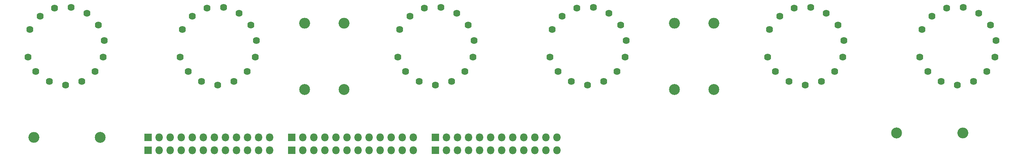
<source format=gbr>
%TF.GenerationSoftware,KiCad,Pcbnew,(5.1.5-131-g305ed0b65)-1*%
%TF.CreationDate,2020-05-02T04:22:27+08:00*%
%TF.ProjectId,IN-18,494e2d31-382e-46b6-9963-61645f706362,rev?*%
%TF.SameCoordinates,Original*%
%TF.FileFunction,Soldermask,Top*%
%TF.FilePolarity,Negative*%
%FSLAX46Y46*%
G04 Gerber Fmt 4.6, Leading zero omitted, Abs format (unit mm)*
G04 Created by KiCad (PCBNEW (5.1.5-131-g305ed0b65)-1) date 2020-05-02 04:22:27*
%MOMM*%
%LPD*%
G01*
G04 APERTURE LIST*
%ADD10O,1.800000X1.800000*%
%ADD11R,1.800000X1.800000*%
%ADD12C,1.624000*%
%ADD13C,2.500000*%
%ADD14O,2.500000X2.500000*%
G04 APERTURE END LIST*
D10*
%TO.C,J1*%
X56940000Y-78000000D03*
X54400000Y-78000000D03*
X51860000Y-78000000D03*
X49320000Y-78000000D03*
X46780000Y-78000000D03*
X44240000Y-78000000D03*
X41700000Y-78000000D03*
X39160000Y-78000000D03*
X36620000Y-78000000D03*
X34080000Y-78000000D03*
X31540000Y-78000000D03*
D11*
X29000000Y-78000000D03*
%TD*%
D10*
%TO.C,J2*%
X56940000Y-75000000D03*
X54400000Y-75000000D03*
X51860000Y-75000000D03*
X49320000Y-75000000D03*
X46780000Y-75000000D03*
X44240000Y-75000000D03*
X41700000Y-75000000D03*
X39160000Y-75000000D03*
X36620000Y-75000000D03*
X34080000Y-75000000D03*
X31540000Y-75000000D03*
D11*
X29000000Y-75000000D03*
%TD*%
D10*
%TO.C,J3*%
X89940000Y-78000000D03*
X87400000Y-78000000D03*
X84860000Y-78000000D03*
X82320000Y-78000000D03*
X79780000Y-78000000D03*
X77240000Y-78000000D03*
X74700000Y-78000000D03*
X72160000Y-78000000D03*
X69620000Y-78000000D03*
X67080000Y-78000000D03*
X64540000Y-78000000D03*
D11*
X62000000Y-78000000D03*
%TD*%
%TO.C,J4*%
X62000000Y-75000000D03*
D10*
X64540000Y-75000000D03*
X67080000Y-75000000D03*
X69620000Y-75000000D03*
X72160000Y-75000000D03*
X74700000Y-75000000D03*
X77240000Y-75000000D03*
X79780000Y-75000000D03*
X82320000Y-75000000D03*
X84860000Y-75000000D03*
X87400000Y-75000000D03*
X89940000Y-75000000D03*
%TD*%
D11*
%TO.C,J5*%
X95000000Y-78000000D03*
D10*
X97540000Y-78000000D03*
X100080000Y-78000000D03*
X102620000Y-78000000D03*
X105160000Y-78000000D03*
X107700000Y-78000000D03*
X110240000Y-78000000D03*
X112780000Y-78000000D03*
X115320000Y-78000000D03*
X117860000Y-78000000D03*
X120400000Y-78000000D03*
X122940000Y-78000000D03*
%TD*%
D11*
%TO.C,J6*%
X95000000Y-75000000D03*
D10*
X97540000Y-75000000D03*
X100080000Y-75000000D03*
X102620000Y-75000000D03*
X105160000Y-75000000D03*
X107700000Y-75000000D03*
X110240000Y-75000000D03*
X112780000Y-75000000D03*
X115320000Y-75000000D03*
X117860000Y-75000000D03*
X120400000Y-75000000D03*
X122940000Y-75000000D03*
%TD*%
D12*
%TO.C,U1*%
X1843230Y-50196436D03*
X4154968Y-47156347D03*
X7519264Y-45348645D03*
X11330284Y-45098858D03*
X14901751Y-46451965D03*
X17590523Y-49164304D03*
X18912412Y-52747443D03*
X1370623Y-56556138D03*
X3207614Y-59904531D03*
X6267761Y-62189651D03*
X18629377Y-56556138D03*
X16792386Y-59904531D03*
X13732239Y-62189651D03*
X10000000Y-63000000D03*
%TD*%
%TO.C,U2*%
X36843230Y-50196436D03*
X39154968Y-47156347D03*
X42519264Y-45348645D03*
X46330284Y-45098858D03*
X49901751Y-46451965D03*
X52590523Y-49164304D03*
X53912412Y-52747443D03*
X36370623Y-56556138D03*
X38207614Y-59904531D03*
X41267761Y-62189651D03*
X53629377Y-56556138D03*
X51792386Y-59904531D03*
X48732239Y-62189651D03*
X45000000Y-63000000D03*
%TD*%
%TO.C,U3*%
X95000000Y-63000000D03*
X98732239Y-62189651D03*
X101792386Y-59904531D03*
X103629377Y-56556138D03*
X91267761Y-62189651D03*
X88207614Y-59904531D03*
X86370623Y-56556138D03*
X103912412Y-52747443D03*
X102590523Y-49164304D03*
X99901751Y-46451965D03*
X96330284Y-45098858D03*
X92519264Y-45348645D03*
X89154968Y-47156347D03*
X86843230Y-50196436D03*
%TD*%
%TO.C,U4*%
X130000000Y-63000000D03*
X133732239Y-62189651D03*
X136792386Y-59904531D03*
X138629377Y-56556138D03*
X126267761Y-62189651D03*
X123207614Y-59904531D03*
X121370623Y-56556138D03*
X138912412Y-52747443D03*
X137590523Y-49164304D03*
X134901751Y-46451965D03*
X131330284Y-45098858D03*
X127519264Y-45348645D03*
X124154968Y-47156347D03*
X121843230Y-50196436D03*
%TD*%
%TO.C,U5*%
X180000000Y-63000000D03*
X183732239Y-62189651D03*
X186792386Y-59904531D03*
X188629377Y-56556138D03*
X176267761Y-62189651D03*
X173207614Y-59904531D03*
X171370623Y-56556138D03*
X188912412Y-52747443D03*
X187590523Y-49164304D03*
X184901751Y-46451965D03*
X181330284Y-45098858D03*
X177519264Y-45348645D03*
X174154968Y-47156347D03*
X171843230Y-50196436D03*
%TD*%
%TO.C,U6*%
X206843230Y-50196436D03*
X209154968Y-47156347D03*
X212519264Y-45348645D03*
X216330284Y-45098858D03*
X219901751Y-46451965D03*
X222590523Y-49164304D03*
X223912412Y-52747443D03*
X206370623Y-56556138D03*
X208207614Y-59904531D03*
X211267761Y-62189651D03*
X223629377Y-56556138D03*
X221792386Y-59904531D03*
X218732239Y-62189651D03*
X215000000Y-63000000D03*
%TD*%
D13*
%TO.C,R1*%
X18000000Y-75000000D03*
D14*
X2760000Y-75000000D03*
%TD*%
D13*
%TO.C,R2*%
X65000000Y-64000000D03*
D14*
X65000000Y-48760000D03*
%TD*%
D13*
%TO.C,R3*%
X74000000Y-64000000D03*
D14*
X74000000Y-48760000D03*
%TD*%
%TO.C,R4*%
X150000000Y-48760000D03*
D13*
X150000000Y-64000000D03*
%TD*%
D14*
%TO.C,R5*%
X159000000Y-48760000D03*
D13*
X159000000Y-64000000D03*
%TD*%
D14*
%TO.C,R6*%
X216240000Y-74000000D03*
D13*
X201000000Y-74000000D03*
%TD*%
M02*

</source>
